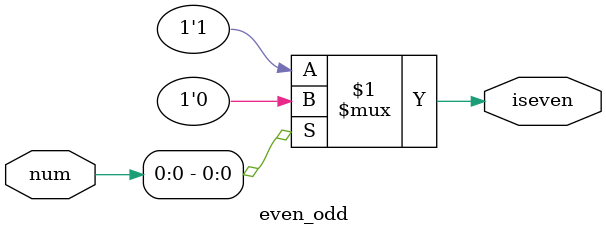
<source format=sv>
module even_odd (num, iseven);
  input  [15:0] num;
    output  iseven;

// Assign using ternary operator in dataflow style
  assign iseven = (num[0]) ? 1'b0 : 1'b1;

endmodule
</source>
